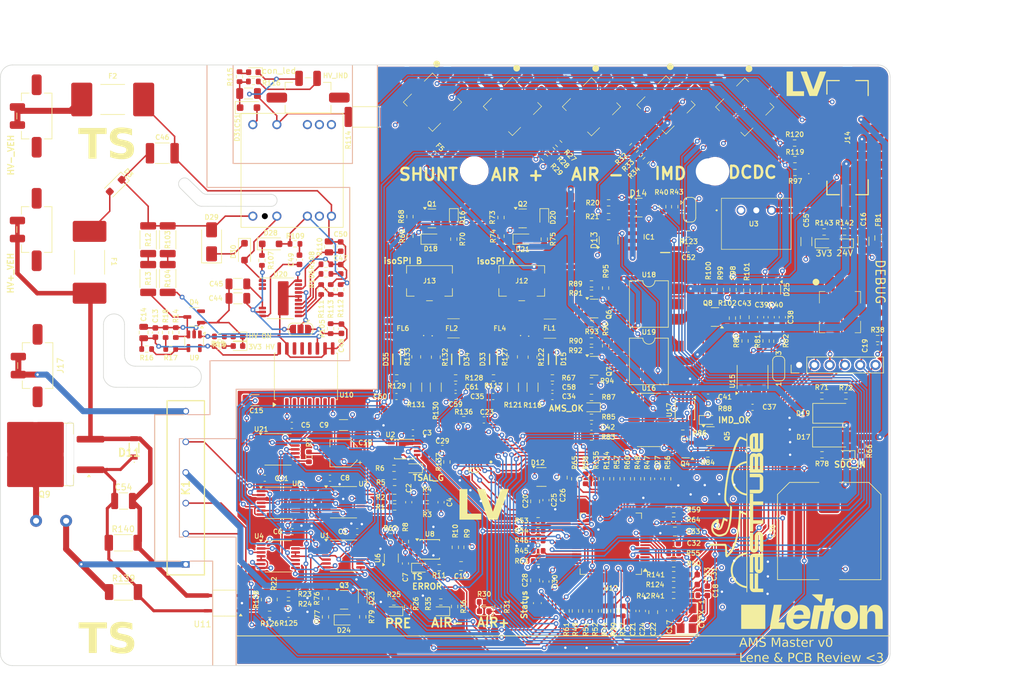
<source format=kicad_pcb>
(kicad_pcb
	(version 20240108)
	(generator "pcbnew")
	(generator_version "8.0")
	(general
		(thickness 1.6)
		(legacy_teardrops no)
	)
	(paper "A4")
	(layers
		(0 "F.Cu" signal)
		(1 "In1.Cu" signal)
		(2 "In2.Cu" signal)
		(31 "B.Cu" signal)
		(32 "B.Adhes" user "B.Adhesive")
		(33 "F.Adhes" user "F.Adhesive")
		(34 "B.Paste" user)
		(35 "F.Paste" user)
		(36 "B.SilkS" user "B.Silkscreen")
		(37 "F.SilkS" user "F.Silkscreen")
		(38 "B.Mask" user)
		(39 "F.Mask" user)
		(40 "Dwgs.User" user "User.Drawings")
		(41 "Cmts.User" user "User.Comments")
		(42 "Eco1.User" user "User.Eco1")
		(43 "Eco2.User" user "User.Eco2")
		(44 "Edge.Cuts" user)
		(45 "Margin" user)
		(46 "B.CrtYd" user "B.Courtyard")
		(47 "F.CrtYd" user "F.Courtyard")
		(48 "B.Fab" user)
		(49 "F.Fab" user)
		(50 "User.1" user)
		(51 "User.2" user)
		(52 "User.3" user)
		(53 "User.4" user)
		(54 "User.5" user)
		(55 "User.6" user)
		(56 "User.7" user)
		(57 "User.8" user)
		(58 "User.9" user)
	)
	(setup
		(stackup
			(layer "F.SilkS"
				(type "Top Silk Screen")
			)
			(layer "F.Paste"
				(type "Top Solder Paste")
			)
			(layer "F.Mask"
				(type "Top Solder Mask")
				(thickness 0.01)
			)
			(layer "F.Cu"
				(type "copper")
				(thickness 0.035)
			)
			(layer "dielectric 1"
				(type "prepreg")
				(thickness 0.1)
				(material "FR4")
				(epsilon_r 4.5)
				(loss_tangent 0.02)
			)
			(layer "In1.Cu"
				(type "copper")
				(thickness 0.035)
			)
			(layer "dielectric 2"
				(type "core")
				(thickness 1.24)
				(material "FR4")
				(epsilon_r 4.5)
				(loss_tangent 0.02)
			)
			(layer "In2.Cu"
				(type "copper")
				(thickness 0.035)
			)
			(layer "dielectric 3"
				(type "prepreg")
				(thickness 0.1)
				(material "FR4")
				(epsilon_r 4.5)
				(loss_tangent 0.02)
			)
			(layer "B.Cu"
				(type "copper")
				(thickness 0.035)
			)
			(layer "B.Mask"
				(type "Bottom Solder Mask")
				(thickness 0.01)
			)
			(layer "B.Paste"
				(type "Bottom Solder Paste")
			)
			(layer "B.SilkS"
				(type "Bottom Silk Screen")
			)
			(copper_finish "None")
			(dielectric_constraints no)
		)
		(pad_to_mask_clearance 0)
		(allow_soldermask_bridges_in_footprints no)
		(pcbplotparams
			(layerselection 0x00010fc_ffffffff)
			(plot_on_all_layers_selection 0x0000000_00000000)
			(disableapertmacros no)
			(usegerberextensions no)
			(usegerberattributes yes)
			(usegerberadvancedattributes yes)
			(creategerberjobfile yes)
			(dashed_line_dash_ratio 12.000000)
			(dashed_line_gap_ratio 3.000000)
			(svgprecision 4)
			(plotframeref no)
			(viasonmask no)
			(mode 1)
			(useauxorigin no)
			(hpglpennumber 1)
			(hpglpenspeed 20)
			(hpglpendiameter 15.000000)
			(pdf_front_fp_property_popups yes)
			(pdf_back_fp_property_popups yes)
			(dxfpolygonmode yes)
			(dxfimperialunits yes)
			(dxfusepcbnewfont yes)
			(psnegative no)
			(psa4output no)
			(plotreference yes)
			(plotvalue yes)
			(plotfptext yes)
			(plotinvisibletext no)
			(sketchpadsonfab no)
			(subtractmaskfromsilk no)
			(outputformat 1)
			(mirror no)
			(drillshape 1)
			(scaleselection 1)
			(outputdirectory "")
		)
	)
	(net 0 "")
	(net 1 "GND")
	(net 2 "+3V3")
	(net 3 "Net-(U8-~{PRE})")
	(net 4 "Net-(U8-~{CLR})")
	(net 5 "/TSAL/HV_Active_Detection/3V3_HV")
	(net 6 "HV-_Vehicle_Side")
	(net 7 "Net-(C17-Pad2)")
	(net 8 "/MCU/RCC_OSC_OUT")
	(net 9 "/MCU/NRST")
	(net 10 "Net-(C26-Pad2)")
	(net 11 "Net-(C28-Pad2)")
	(net 12 "Net-(J10-Pin_4)")
	(net 13 "/MCU/LV_I_measure")
	(net 14 "/CAN_Transceiver/CarCAN_HIGH")
	(net 15 "/CAN_Transceiver/V_{ref}")
	(net 16 "Net-(Q8-G)")
	(net 17 "Net-(JP2-B)")
	(net 18 "Net-(U20-INTVcc)")
	(net 19 "HV+_Vehicle_Side_Fused")
	(net 20 "Net-(C47-Pad1)")
	(net 21 "/HV_Indicator/ENABLE")
	(net 22 "Net-(C49-Pad1)")
	(net 23 "Net-(U20-DCM)")
	(net 24 "Net-(U20-SOURCE)")
	(net 25 "Net-(D32-K)")
	(net 26 "Net-(D31-K)")
	(net 27 "Net-(D1-A)")
	(net 28 "Net-(D2-A)")
	(net 29 "/TSAL/HV_Active_Detection/HV_1")
	(net 30 "Net-(D4-K)")
	(net 31 "Net-(D5-A)")
	(net 32 "Net-(D6-A)")
	(net 33 "/MCU/Precharge_Closed")
	(net 34 "Net-(D7-A)")
	(net 35 "Net-(D8-A)")
	(net 36 "/MCU/AIR+_Closed")
	(net 37 "Net-(D9-A)")
	(net 38 "/MCU/AIR-_Closed")
	(net 39 "Net-(D19-A)")
	(net 40 "Net-(D16-A)")
	(net 41 "/Relay_Driver/Relay_2")
	(net 42 "/Relay_Driver/Relay_1")
	(net 43 "/Relay_0")
	(net 44 "/MCU/TEMP_TSDCDC")
	(net 45 "/Relay_Driver/Relay_3")
	(net 46 "Net-(D20-A)")
	(net 47 "Net-(D22-A)")
	(net 48 "Net-(D23-A)")
	(net 49 "/Relay_Driver/Relay_4")
	(net 50 "Net-(D26-A)")
	(net 51 "Net-(D27-A)")
	(net 52 "Net-(D28-K)")
	(net 53 "Net-(D28-A)")
	(net 54 "Net-(D29-A1)")
	(net 55 "Net-(D30-A)")
	(net 56 "Net-(D31-A)")
	(net 57 "Net-(D32-A)")
	(net 58 "/CAN_Transceiver/CarCAN_LOW")
	(net 59 "/IO/IMD_M")
	(net 60 "+24V")
	(net 61 "Net-(J14-Pin_2)")
	(net 62 "unconnected-(IC1-IS-Pad4)")
	(net 63 "Net-(IC1-DEN)")
	(net 64 "unconnected-(IC1-NC-Pad5)")
	(net 65 "/IO/IMD_Power")
	(net 66 "Net-(U12-PB15)")
	(net 67 "/IO/TSAL_GREEN")
	(net 68 "/MCU/~{AMS_ERROR_LED}")
	(net 69 "/MCU/~{IMD_ERROR_LED}")
	(net 70 "Net-(J14-Pin_3)")
	(net 71 "Net-(J14-Pin_5)")
	(net 72 "/MCU/Trace_SWO")
	(net 73 "/MCU/SWDIO_1")
	(net 74 "/MCU/SWCLK_1")
	(net 75 "Net-(JP1-C)")
	(net 76 "Net-(JP2-C)")
	(net 77 "Net-(JP3-C)")
	(net 78 "Net-(Q1-G)")
	(net 79 "Net-(Q2-G)")
	(net 80 "Net-(Q3-G)")
	(net 81 "/SDC_Latching/~{AMS_Error}")
	(net 82 "Net-(Q4-D)")
	(net 83 "/SDC_Latching/~{IMD_Error}")
	(net 84 "Net-(Q5-D)")
	(net 85 "Net-(Q6-G)")
	(net 86 "Net-(Q6-D)")
	(net 87 "Net-(Q7-D)")
	(net 88 "Net-(Q7-G)")
	(net 89 "Net-(Q8-D)")
	(net 90 "Net-(Q8-S)")
	(net 91 "/TSAL/Comp_Ref_Low")
	(net 92 "/TSAL/Comp_Ref_Closed")
	(net 93 "/TSAL/Relay_State_Detection/~{Short}")
	(net 94 "/TSAL/~{TS_Error}")
	(net 95 "Net-(U8-C)")
	(net 96 "/MCU/TS_Error")
	(net 97 "Net-(R12-Pad2)")
	(net 98 "Net-(U9--)")
	(net 99 "Net-(R17-Pad2)")
	(net 100 "Net-(U10-IND)")
	(net 101 "/Relay_Driver/aux_out0")
	(net 102 "/Relay_Driver/aux_in0")
	(net 103 "/Relay_Driver/aux_out1")
	(net 104 "/Relay_Driver/aux_in1")
	(net 105 "/Relay_Driver/aux_out2")
	(net 106 "/Relay_Driver/aux_in2")
	(net 107 "/MCU/SDC_closed")
	(net 108 "Net-(U12-PC9)")
	(net 109 "Net-(U12-BOOT0)")
	(net 110 "/MCU/Status_LED_R")
	(net 111 "Net-(D37-A)")
	(net 112 "/MCU/Status_LED_G")
	(net 113 "Net-(U12-PC2)")
	(net 114 "/MCU/Status_LED_B")
	(net 115 "Net-(U12-PA3)")
	(net 116 "Net-(U12-PA7)")
	(net 117 "Net-(U12-PB0)")
	(net 118 "Net-(U12-PA2)")
	(net 119 "Net-(U12-PA6)")
	(net 120 "Net-(U12-PA14)")
	(net 121 "Net-(U12-PA1)")
	(net 122 "/MCU/HV_Active")
	(net 123 "Net-(U12-PA13)")
	(net 124 "Net-(U12-PA0)")
	(net 125 "/MCU/AIR+_Control")
	(net 126 "/MCU/AIR-_Control")
	(net 127 "/MCU/Precharge_Control")
	(net 128 "Net-(U15-Rs)")
	(net 129 "Net-(U16A-C)")
	(net 130 "Net-(U16B-C)")
	(net 131 "Net-(U16A-Q)")
	(net 132 "Net-(U16B-Q)")
	(net 133 "Net-(U16A-~{Q})")
	(net 134 "Net-(U16B-~{Q})")
	(net 135 "Net-(R95-Pad2)")
	(net 136 "Net-(R96-Pad2)")
	(net 137 "/SDC_Latching/Reset_Signal")
	(net 138 "Net-(R103-Pad2)")
	(net 139 "Net-(U20-Vc)")
	(net 140 "Net-(U20-IREG{slash}SS)")
	(net 141 "Net-(U20-TC)")
	(net 142 "Net-(U20-FB)")
	(net 143 "Net-(J8-Pin_2)")
	(net 144 "/TSAL/Mismatch_Relay_2")
	(net 145 "/TSAL/Mismatch_Relay_1")
	(net 146 "Net-(U1-Pad11)")
	(net 147 "/TSAL/AIRs_Closed")
	(net 148 "/TSAL/Mismatch_Relay_3")
	(net 149 "/TSAL/HV_Inactive")
	(net 150 "/TSAL/TS_OK")
	(net 151 "Net-(U2-Pad1)")
	(net 152 "/TSAL/Relay_Mismatch")
	(net 153 "unconnected-(U5-Pad14)")
	(net 154 "unconnected-(U5-Pad13)")
	(net 155 "/TSAL/HV_Mismatch")
	(net 156 "unconnected-(U10-OUTA-Pad14)")
	(net 157 "unconnected-(U10-INB-Pad4)")
	(net 158 "unconnected-(U10-INC-Pad12)")
	(net 159 "unconnected-(U10-INA-Pad3)")
	(net 160 "unconnected-(U10-OUTB-Pad13)")
	(net 161 "unconnected-(U10-OUTC-Pad5)")
	(net 162 "unconnected-(U10-NC-Pad7)")
	(net 163 "unconnected-(U12-PD2-Pad54)")
	(net 164 "unconnected-(U12-PC10-Pad51)")
	(net 165 "unconnected-(U12-PC12-Pad53)")
	(net 166 "/TSAL/HV_Active_Detection/-HV_1")
	(net 167 "Net-(FL1-Pad4)")
	(net 168 "Net-(FL1-Pad3)")
	(net 169 "unconnected-(U12-PC14-Pad3)")
	(net 170 "Net-(FL1-Pad2)")
	(net 171 "unconnected-(U12-PC11-Pad52)")
	(net 172 "Net-(FL1-Pad1)")
	(net 173 "Net-(FL2-Pad4)")
	(net 174 "Net-(FL2-Pad2)")
	(net 175 "unconnected-(U12-PC13-Pad2)")
	(net 176 "unconnected-(U12-PC15-Pad4)")
	(net 177 "Net-(FL2-Pad3)")
	(net 178 "/IO/IMD_VCC")
	(net 179 "/SDC_Latching/IMD_Latch_Reset")
	(net 180 "/SDC_Latching/AMS_Latch_Reset")
	(net 181 "/SDC_Latching/SDC_1")
	(net 182 "unconnected-(U18-Pad3)")
	(net 183 "Net-(U18-Pad5)")
	(net 184 "/IO/SDC_OUT")
	(net 185 "unconnected-(U19-Pad3)")
	(net 186 "/TSAL/Relay_Connection_Error")
	(net 187 "/IO/Reset_Button_Out")
	(net 188 "/CAN_Transceiver/CarCAN_RX")
	(net 189 "Net-(FL2-Pad1)")
	(net 190 "Net-(J12-Pin_1)")
	(net 191 "/CAN_Transceiver/CarCAN_TX")
	(net 192 "Net-(J12-Pin_2)")
	(net 193 "Net-(J13-Pin_1)")
	(net 194 "Net-(J13-Pin_2)")
	(net 195 "/MCU/WAKE2")
	(net 196 "/MCU/MSTR1")
	(net 197 "/MCU/SPI1_MISO")
	(net 198 "/MCU/SPI1_SCK")
	(net 199 "/MCU/WAKE1")
	(net 200 "/MCU/INTR1")
	(net 201 "/MCU/IMB")
	(net 202 "Net-(IC2-XCVRMD2)")
	(net 203 "Net-(IC2-XCVRMD)")
	(net 204 "/MCU/SPI2_SCK")
	(net 205 "/MCU/SPI1_NSS")
	(net 206 "/MCU/IPB")
	(net 207 "/MCU/MSTR2")
	(net 208 "/MCU/IPA")
	(net 209 "/MCU/INTR2")
	(net 210 "/MCU/SPI2_MISO")
	(net 211 "/MCU/SPI1_MOSI")
	(net 212 "/MCU/SPI2_NSS")
	(net 213 "/MCU/SPI2_MOSI")
	(net 214 "/MCU/IMA")
	(net 215 "/MCU/RCC_OSC_IN")
	(net 216 "Net-(U12-PC3)")
	(net 217 "Net-(U12-PA5)")
	(net 218 "Net-(U12-PC4)")
	(net 219 "Net-(U12-PB4)")
	(net 220 "Net-(U12-PC5)")
	(net 221 "Net-(U12-PA4)")
	(net 222 "Net-(U12-PB12)")
	(net 223 "Net-(U12-PB14)")
	(net 224 "Net-(U12-PA12)")
	(net 225 "Net-(U12-PB5)")
	(net 226 "Net-(C58-Pad1)")
	(net 227 "Net-(C61-Pad1)")
	(net 228 "Net-(D15-A2)")
	(net 229 "Net-(D34-A2)")
	(net 230 "unconnected-(U20-N.C.-Pad19)")
	(net 231 "Net-(U12-PA15)")
	(net 232 "Net-(D33-A2)")
	(net 233 "Net-(D35-A2)")
	(net 234 "/MCU/AMS_NERROR")
	(net 235 "Net-(D36-A)")
	(net 236 "Net-(D11-K)")
	(net 237 "/Relay_Driver/Precharge/HV+_Akku")
	(net 238 "Net-(K1-Pad2)")
	(net 239 "Net-(K1-Pad8)")
	(net 240 "Net-(Q9-D)")
	(net 241 "Net-(R126-Pad2)")
	(net 242 "HV+_VEH")
	(net 243 "Net-(U12-PB1)")
	(net 244 "Net-(J4-Pin_4)")
	(net 245 "Net-(J4-Pin_3)")
	(footprint "Resistor_SMD:R_1206_3216Metric" (layer "F.Cu") (at 123.65 92.35 -90))
	(footprint "FaSTTUBe_connectors:Micro_Mate-N-Lok_2x2p_vertical" (layer "F.Cu") (at 149.55 45.65 135))
	(footprint "Resistor_SMD:R_0603_1608Metric" (layer "F.Cu") (at 165.7 66.85 180))
	(footprint "Resistor_SMD:R_0805_2012Metric" (layer "F.Cu") (at 136.5 87.3 90))
	(footprint "Capacitor_SMD:C_0603_1608Metric" (layer "F.Cu") (at 166.374999 125.2 180))
	(footprint "Resistor_SMD:R_0603_1608Metric" (layer "F.Cu") (at 143.05 90.8 180))
	(footprint "Capacitor_SMD:C_0603_1608Metric" (layer "F.Cu") (at 181.3 80.7 90))
	(footprint "Resistor_SMD:R_2010_5025Metric" (layer "F.Cu") (at 79.05 74.25 -90))
	(footprint "Package_TO_SOT_SMD:SOT-23" (layer "F.Cu") (at 138.1 64.25))
	(footprint "MountingHole:MountingHole_4.3mm_M4" (layer "F.Cu") (at 63.85 56.25 -90))
	(footprint "Master:WCAP-ASLI_16" (layer "F.Cu") (at 189.1 116.3 90))
	(footprint "Capacitor_SMD:C_0603_1608Metric" (layer "F.Cu") (at 176.35 95.7 180))
	(footprint "Capacitor_SMD:C_0805_2012Metric" (layer "F.Cu") (at 75.05 83.25 90))
	(footprint "Capacitor_SMD:C_0603_1608Metric" (layer "F.Cu") (at 166.374999 123.55))
	(footprint "Resistor_SMD:R_0603_1608Metric" (layer "F.Cu") (at 149.6 81.8))
	(footprint "Capacitor_SMD:C_0603_1608Metric" (layer "F.Cu") (at 141.974999 111.15 90))
	(footprint "Capacitor_SMD:C_0603_1608Metric" (layer "F.Cu") (at 99.15 130.15 180))
	(footprint "Package_TO_SOT_SMD:SOT-353_SC-70-5_Handsoldering" (layer "F.Cu") (at 116.25 120.8 90))
	(footprint "Resistor_SMD:R_0603_1608Metric" (layer "F.Cu") (at 151.724999 129.6 -90))
	(footprint "FaSTTUBe_connectors:Micro_Mate-N-Lok_2x5p_vertical" (layer "F.Cu") (at 192.15 50.8 -90))
	(footprint "Resistor_SMD:R_0603_1608Metric" (layer "F.Cu") (at 140.674999 114.575 180))
	(footprint "Resistor_SMD:R_0603_1608Metric" (layer "F.Cu") (at 134.5 64.1 90))
	(footprint "LED_SMD:LED_0603_1608Metric" (layer "F.Cu") (at 90.7375 85.5 180))
	(footprint "Diode_SMD:D_SOD-123F" (layer "F.Cu") (at 92.5 45.8))
	(footprint "Resistor_SMD:R_0603_1608Metric" (layer "F.Cu") (at 124.48125 128.11))
	(footprint "Package_SO:SOIC-14_3.9x8.7mm_P1.27mm" (layer "F.Cu") (at 159.1 97.8))
	(footprint "LED_SMD:LED_0603_1608Metric" (layer "F.Cu") (at 93.3 39.9 180))
	(footprint "Capacitor_SMD:C_1206_3216Metric" (layer "F.Cu") (at 90.725 77.55))
	(footprint "Resistor_SMD:R_0603_1608Metric" (layer "F.Cu") (at 105.375 73.4875))
	(footprint "Capacitor_SMD:C_0805_2012Metric" (layer "F.Cu") (at 175.05 80.7 -90))
	(footprint "Capacitor_SMD:C_1206_3216Metric" (layer "F.Cu") (at 90.725 75.15))
	(footprint "Resistor_SMD:R_0603_1608Metric" (layer "F.Cu") (at 116.8 112.3 180))
	(footprint "LED_SMD:LED_0603_1608Metric" (layer "F.Cu") (at 90.7375 83.9 180))
	(footprint "Resistor_SMD:R_0603_1608Metric" (layer "F.Cu") (at 140.674999 116.225 180))
	(footprint "Capacitor_SMD:C_0603_1608Metric" (layer "F.Cu") (at 168.95 94))
	(footprint "Resistor_SMD:R_0603_1608Metric" (layer "F.Cu") (at 166.424999 126.999999))
	(footprint "Resistor_SMD:R_0603_1608Metric" (layer "F.Cu") (at 122.225 112.3))
	(footprint "Master:SOD2613X114N" (layer "F.Cu") (at 143.05 87.7 -90))
	(footprint "Resistor_SMD:R_0603_1608Metric"
		(layer "F.Cu")
		(uuid "198b0f73-c9ca-4705-99e0-7bc76a62a529")
		(at 144.1 51.8 -45)
		(descr "Resistor SMD 0603 (1608 Metric), square (rectangular) end terminal, IPC_7351 nominal, (Body size source: IPC-SM-782 page 72, https://www.pcb-3d.com/wordpress/wp-content/uploads/ipc-sm-782a_amendment_1_and_2.pdf), generated with kicad-footprint-generator")
		(tags "resistor")
		(property "Reference" "R27"
			(at 2.757716 0.070711 135)
			(layer "F.SilkS")
			(uuid "2b953f5d-3d52-4764-816b-a282f4271280")
			(effects
				(font
					(size 0.8 0.8)
					(thickness 0.15)
				)
			)
		)
		(property "Value" "120"
			(at 0 1.43 135)
			(layer "F.Fab")
			(uuid "c99c9fbd-c256-45b2-9dc7-9ce618a43259")
			(effects
				(font
					(size 1 1)
					(thickness 0.15)
				)
			)
		)
		(property "Footprint" "Resistor_SMD:R_0603_1608Metric"
			(at 0 0 -45)
			(unlocked yes)
			(layer "F.Fab")
			(hide yes)
			(uuid "ada7e9dd-c8e3-4ce9-8dcc-20a966b4d3ac")
			(effects
				(font
					(size 1.27 1.27)
				)
			)
		)
		(property "Datasheet" ""
			(at 0 0 -45)
			(unlocked yes)
			(layer "F.Fab")
			(hide yes)
			(uuid "8173d614-8a93-4581-a3b1-7d48e6e56cc2")
			(effects
				(font
					(size 1.27 1.27)
				)
			)
		)
		(property "Description" "Resistor"
			(at 0 0 -45)
			(unlocked yes)
			(layer "F.Fab")
			(hide yes)
			(uuid "9a3b1d48-2eb8-4565-9301-da4eb6f2c424")
			(effects
				(font
					(size 1.27 1.27)
				)
			)
		)
		(property ki_fp_filters "R_*")
		(path "/5ce1aa0c-f98f-4b94-80bd-f188cf4c57de/e649f750-43fb-4736-9da9-c800ce3f6889/5d98537b-1064-421a-8631-9a73bc20a1f5")
		(sheetname "Relay_State_Detection1")
		(sheetfile "Relay_State_Detection.kicad_sch")
		(attr smd)
		(fp_line
			(start -0.237258 0.5225)
			(end 0.237258 0.5225)
			(stroke
				(width 0.12)
				(type solid)
			)
			(layer "F.SilkS")
			(uuid "09ac7a76-12d8-4b00-bb74-17abd1b4d886")
		)
		(fp_line
			(start -0.237258 -0.5225)
			(end 0.237258 -0.5225)
			(stroke
				(width 0.12)
				(type solid)
			)
			(layer "F.SilkS")
			(uuid "d549a9fc-4670-44af-9c49-8f0943c23ff9")
		)
		(fp_line
			(start -1.48 0.73)
			(end -1.48 -0.73)
			(stroke
				(width 0.05)
				(type solid)
			)
			(layer "F.CrtYd")
			(uuid "f568fa98-5801-4db3-bf2f-3dbf6ec1af7c")
		)
		(fp_line
			(start -1.48 -0.73)
			(end 1.48 -0.73)
			(stroke
				(width 0.05)
				(type solid)
			)
			(layer "F.CrtYd")
			(uuid "283adc5f-6304-49c4-9d68-285df47f1d36")
		)
		(fp_line
			(start 1.48 0.73)
			(end -1.48 0.73)
			(stroke
				(width 0.05)
				(type solid)
			)
			(layer "F.CrtYd")
			(uuid "4e99c24e-4e8b-40f4-941b-bc0d4f844b3e")
		)
		(fp_line
			(start 1.48 -0.73)
			(end 1.48 0.73)
			(stroke
				(width 0.05)
				(type solid)
			)
			(layer "F.CrtYd")
			(uuid "aca13e37-f9ca-4579-bbee-8db4a290cb42")
		)
		(fp_line
			(start -0.8 0.4125)
			(end -0.8 -0.4125)
			(stroke
				(width 0.1)
				(type solid)
			)
			(layer "F.Fab")
			(uuid "6410d235-f9a0-4fdb-87c7-b1839a801cdf")
		)
		(fp_line
			(start -0.8 -0.4125)
			(end 0.8 -0.4125)
			(stroke
				(width 0.1)
				(type solid)
			)
			(layer "F.Fab")
			(uuid "1f7d09bb-16f6-4899-bcc0-2f097901d92a")
		)
		(fp_line
			(start 0.8 0.4125)
			(end -0.8 0.4125)
			(stroke
				(width 0.1)
				(type solid)
			)
			(layer "F.Fab")
			(uuid "30fcdc39-f22e-4811-87a9-0661ef417654")
		)
		(fp_line
			(start 0.8 -0.4125)
			(end 0.8 0.4125)
			(stroke
				(width 0.1)
				(type solid)
			)
			(layer "F.Fab")
			(uuid "74c10b7a-f0db-4d21-9a1d-a3e5edde0316")
		)
		(fp_text user "${REFERENCE}"
			(at 0 0 135)
			(layer "F.Fab")
			(uuid "6e0ae320-c37c-4e03-bf0a-1e6eae1645d8")
			(effects
				(font
					(size 0.4 0.4)
					(thickness 0.06)
				)
			)
		)
		(pad "1" smd roundrect
			(at -0.825 0 315)
			(size 0.8 0.95)
			(layers "F.Cu" "F.Paste" "F.Mask")
			(roundrect_rratio 0.25)
			(net 103 "/Relay_Driver/aux_out1")
			(pintype "passive")
			(uuid "2b4cda9c-ee45-421
... [3595623 chars truncated]
</source>
